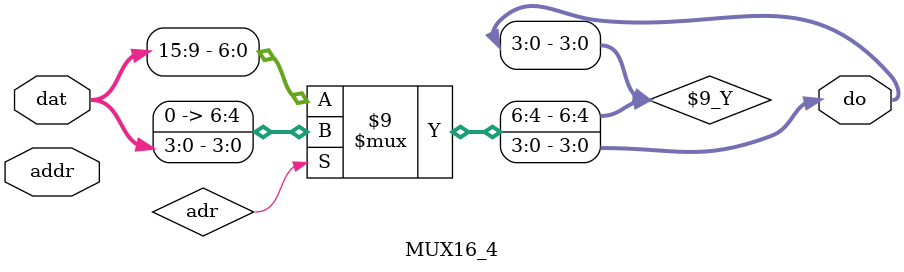
<source format=v>
module MUX16_4(
  
  input [15:0]dat,
  input [1:0]addr,

  output wire [3:0]do
);

assign do = (adr == 1)? dat[3:0]  :
            (adr == 2)? dat[7:4]  :
            (adr == 3)? dat[11:8] :
                        dat[15:9] ;
endmodule

</source>
